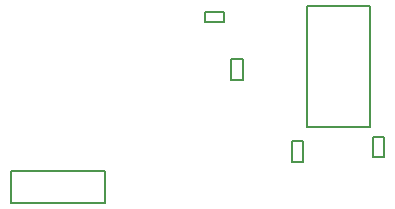
<source format=gbr>
G04*
G04 #@! TF.GenerationSoftware,Altium Limited,Altium Designer,25.8.1 (18)*
G04*
G04 Layer_Color=32768*
%FSLAX44Y44*%
%MOMM*%
G71*
G04*
G04 #@! TF.SameCoordinates,DC2A109C-38F9-4662-A5C9-921089D2BF11*
G04*
G04*
G04 #@! TF.FilePolarity,Positive*
G04*
G01*
G75*
%ADD12C,0.2000*%
D12*
X-194578Y-79653D02*
X-114578D01*
Y-106354D02*
Y-79653D01*
X-194578Y-106354D02*
X-114578D01*
X-194578D02*
Y-79653D01*
X-7742Y-2362D02*
X2258D01*
Y15638D01*
X-7742D02*
X2258D01*
X-7742Y-2362D02*
Y15638D01*
X-14224Y46896D02*
Y54896D01*
X-30224D02*
X-14224D01*
X-30224Y46896D02*
Y54896D01*
Y46896D02*
X-14224D01*
X112359Y-50246D02*
X121859D01*
X112359Y-67246D02*
Y-50246D01*
Y-67246D02*
X121859D01*
Y-50246D01*
X56598Y-42025D02*
Y59975D01*
Y-42025D02*
X109598D01*
Y59975D01*
X56598D02*
X109598D01*
X53281Y-71402D02*
Y-54402D01*
X43781Y-71402D02*
X53281D01*
X43781D02*
Y-54402D01*
X53281D01*
M02*

</source>
